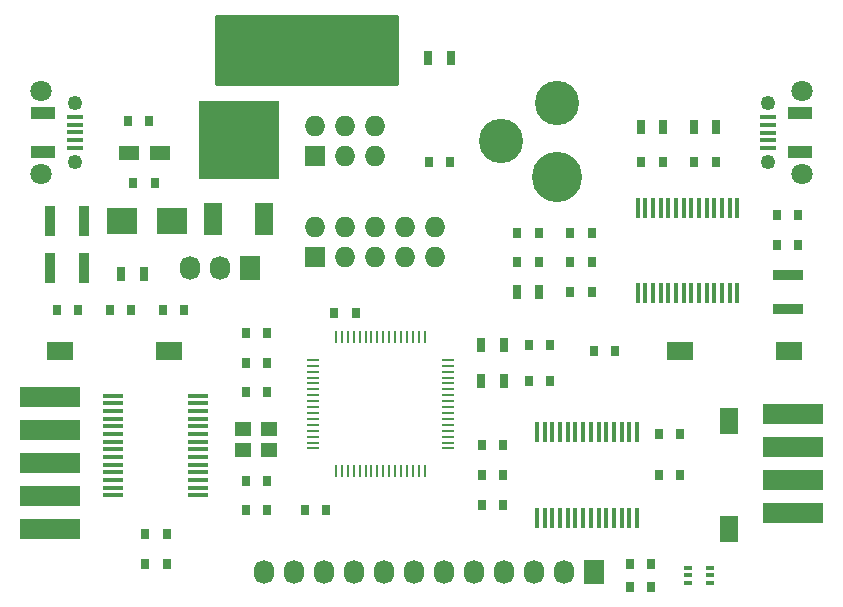
<source format=gts>
G04 #@! TF.FileFunction,Soldermask,Top*
%FSLAX46Y46*%
G04 Gerber Fmt 4.6, Leading zero omitted, Abs format (unit mm)*
G04 Created by KiCad (PCBNEW 4.0.0-rc1-stable) date 12/18/2015 1:35:38 PM*
%MOMM*%
G01*
G04 APERTURE LIST*
%ADD10C,0.100000*%
%ADD11R,5.080000X1.778000*%
%ADD12R,0.800000X0.900000*%
%ADD13R,1.800000X1.230000*%
%ADD14R,0.900000X2.500000*%
%ADD15R,2.500000X0.900000*%
%ADD16R,1.550000X2.780000*%
%ADD17R,6.740000X6.730000*%
%ADD18R,0.749300X0.398780*%
%ADD19R,1.727200X1.727200*%
%ADD20O,1.727200X1.727200*%
%ADD21R,0.700000X1.300000*%
%ADD22R,1.727200X2.032000*%
%ADD23O,1.727200X2.032000*%
%ADD24C,1.800000*%
%ADD25R,1.350000X0.400000*%
%ADD26C,1.250000*%
%ADD27R,2.100000X1.100000*%
%ADD28R,0.250000X1.000000*%
%ADD29R,1.000000X0.250000*%
%ADD30R,0.450000X1.750000*%
%ADD31R,1.750000X0.450000*%
%ADD32R,1.400000X1.200000*%
%ADD33R,1.600000X2.180000*%
%ADD34C,3.750000*%
%ADD35C,4.250000*%
%ADD36R,2.180000X1.600000*%
%ADD37R,2.499360X2.301240*%
%ADD38C,0.254000*%
G04 APERTURE END LIST*
D10*
D11*
X42540000Y-140206000D03*
X42540000Y-143000000D03*
X42540000Y-145794000D03*
X42540000Y-148588000D03*
X42540000Y-137412000D03*
D12*
X49100000Y-114000000D03*
X50900000Y-114000000D03*
X104100000Y-124500000D03*
X105900000Y-124500000D03*
X104100000Y-122000000D03*
X105900000Y-122000000D03*
X60900000Y-137000000D03*
X59100000Y-137000000D03*
X60900000Y-147000000D03*
X59100000Y-147000000D03*
X43100000Y-130000000D03*
X44900000Y-130000000D03*
D13*
X49190000Y-116750000D03*
X51810000Y-116750000D03*
D12*
X51400000Y-119250000D03*
X49600000Y-119250000D03*
X95900000Y-144000000D03*
X94100000Y-144000000D03*
X64100000Y-147000000D03*
X65900000Y-147000000D03*
X53900000Y-130000000D03*
X52100000Y-130000000D03*
X79100000Y-141500000D03*
X80900000Y-141500000D03*
D14*
X45450000Y-122500000D03*
X42550000Y-122500000D03*
D15*
X105000000Y-129950000D03*
X105000000Y-127050000D03*
D14*
X42550000Y-126500000D03*
X45450000Y-126500000D03*
D12*
X80900000Y-146500000D03*
X79100000Y-146500000D03*
X80900000Y-144000000D03*
X79100000Y-144000000D03*
X83900000Y-126000000D03*
X82100000Y-126000000D03*
X83900000Y-123500000D03*
X82100000Y-123500000D03*
X92600000Y-117500000D03*
X94400000Y-117500000D03*
X98900000Y-117500000D03*
X97100000Y-117500000D03*
X95900000Y-140500000D03*
X94100000Y-140500000D03*
X83100000Y-136000000D03*
X84900000Y-136000000D03*
X83100000Y-133000000D03*
X84900000Y-133000000D03*
X76400000Y-117500000D03*
X74600000Y-117500000D03*
D16*
X60680000Y-122300000D03*
D17*
X58500000Y-115665000D03*
D16*
X56320000Y-122300000D03*
D18*
X96550040Y-151849760D03*
X96550040Y-152500000D03*
X96550040Y-153150240D03*
X98449960Y-153150240D03*
X98449960Y-152500000D03*
X98449960Y-151849760D03*
D19*
X65000000Y-125500000D03*
D20*
X65000000Y-122960000D03*
X67540000Y-125500000D03*
X67540000Y-122960000D03*
X70080000Y-125500000D03*
X70080000Y-122960000D03*
X72620000Y-125500000D03*
X72620000Y-122960000D03*
X75160000Y-125500000D03*
X75160000Y-122960000D03*
D19*
X65000000Y-117000000D03*
D20*
X65000000Y-114460000D03*
X67540000Y-117000000D03*
X67540000Y-114460000D03*
X70080000Y-117000000D03*
X70080000Y-114460000D03*
D21*
X94450000Y-114500000D03*
X92550000Y-114500000D03*
X97050000Y-114500000D03*
X98950000Y-114500000D03*
X79050000Y-136000000D03*
X80950000Y-136000000D03*
X79050000Y-133000000D03*
X80950000Y-133000000D03*
X76450000Y-108700000D03*
X74550000Y-108700000D03*
X50450000Y-127000000D03*
X48550000Y-127000000D03*
X82050000Y-128500000D03*
X83950000Y-128500000D03*
D22*
X59500000Y-126500000D03*
D23*
X56960000Y-126500000D03*
X54420000Y-126500000D03*
D24*
X41762540Y-111499100D03*
D25*
X44662540Y-113699100D03*
X44662540Y-114349100D03*
X44662540Y-114999100D03*
X44662540Y-115649100D03*
X44662540Y-116299100D03*
D26*
X44662540Y-112499100D03*
X44662540Y-117499100D03*
D24*
X41762540Y-118499100D03*
D27*
X41950000Y-113350000D03*
X41950000Y-116650000D03*
D24*
X106237460Y-118500900D03*
D25*
X103337460Y-116300900D03*
X103337460Y-115650900D03*
X103337460Y-115000900D03*
X103337460Y-114350900D03*
X103337460Y-113700900D03*
D26*
X103337460Y-117500900D03*
X103337460Y-112500900D03*
D24*
X106237460Y-111500900D03*
D27*
X106050000Y-116650000D03*
X106050000Y-113350000D03*
D22*
X88600000Y-152200000D03*
D23*
X86060000Y-152200000D03*
X83520000Y-152200000D03*
X80980000Y-152200000D03*
X78440000Y-152200000D03*
X75900000Y-152200000D03*
X73360000Y-152200000D03*
X70820000Y-152200000D03*
X68280000Y-152200000D03*
X65740000Y-152200000D03*
X63200000Y-152200000D03*
X60660000Y-152200000D03*
D12*
X60900000Y-144500000D03*
X59100000Y-144500000D03*
X60900000Y-132000000D03*
X59100000Y-132000000D03*
X59100000Y-134500000D03*
X60900000Y-134500000D03*
X86600000Y-128500000D03*
X88400000Y-128500000D03*
X86600000Y-126000000D03*
X88400000Y-126000000D03*
D28*
X74250000Y-132300000D03*
X73750000Y-132300000D03*
X73250000Y-132300000D03*
X72750000Y-132300000D03*
X72250000Y-132300000D03*
X71750000Y-132300000D03*
X71250000Y-132300000D03*
X70750000Y-132300000D03*
X70250000Y-132300000D03*
X69750000Y-132300000D03*
X69250000Y-132300000D03*
X68750000Y-132300000D03*
X68250000Y-132300000D03*
X67750000Y-132300000D03*
X67250000Y-132300000D03*
X66750000Y-132300000D03*
D29*
X64800000Y-134250000D03*
X64800000Y-134750000D03*
X64800000Y-135250000D03*
X64800000Y-135750000D03*
X64800000Y-136250000D03*
X64800000Y-136750000D03*
X64800000Y-137250000D03*
X64800000Y-137750000D03*
X64800000Y-138250000D03*
X64800000Y-138750000D03*
X64800000Y-139250000D03*
X64800000Y-139750000D03*
X64800000Y-140250000D03*
X64800000Y-140750000D03*
X64800000Y-141250000D03*
X64800000Y-141750000D03*
D28*
X66750000Y-143700000D03*
X67250000Y-143700000D03*
X67750000Y-143700000D03*
X68250000Y-143700000D03*
X68750000Y-143700000D03*
X69250000Y-143700000D03*
X69750000Y-143700000D03*
X70250000Y-143700000D03*
X70750000Y-143700000D03*
X71250000Y-143700000D03*
X71750000Y-143700000D03*
X72250000Y-143700000D03*
X72750000Y-143700000D03*
X73250000Y-143700000D03*
X73750000Y-143700000D03*
X74250000Y-143700000D03*
D29*
X76200000Y-141750000D03*
X76200000Y-141250000D03*
X76200000Y-140750000D03*
X76200000Y-140250000D03*
X76200000Y-139750000D03*
X76200000Y-139250000D03*
X76200000Y-138750000D03*
X76200000Y-138250000D03*
X76200000Y-137750000D03*
X76200000Y-137250000D03*
X76200000Y-136750000D03*
X76200000Y-136250000D03*
X76200000Y-135750000D03*
X76200000Y-135250000D03*
X76200000Y-134750000D03*
X76200000Y-134250000D03*
D30*
X92275000Y-128600000D03*
X92925000Y-128600000D03*
X93575000Y-128600000D03*
X94225000Y-128600000D03*
X94875000Y-128600000D03*
X95525000Y-128600000D03*
X96175000Y-128600000D03*
X96825000Y-128600000D03*
X97475000Y-128600000D03*
X98125000Y-128600000D03*
X98775000Y-128600000D03*
X99425000Y-128600000D03*
X100075000Y-128600000D03*
X100725000Y-128600000D03*
X100725000Y-121400000D03*
X100075000Y-121400000D03*
X99425000Y-121400000D03*
X98775000Y-121400000D03*
X98125000Y-121400000D03*
X97475000Y-121400000D03*
X96825000Y-121400000D03*
X96175000Y-121400000D03*
X95525000Y-121400000D03*
X94875000Y-121400000D03*
X94225000Y-121400000D03*
X93575000Y-121400000D03*
X92925000Y-121400000D03*
X92275000Y-121400000D03*
D31*
X47900000Y-137275000D03*
X47900000Y-137925000D03*
X47900000Y-138575000D03*
X47900000Y-139225000D03*
X47900000Y-139875000D03*
X47900000Y-140525000D03*
X47900000Y-141175000D03*
X47900000Y-141825000D03*
X47900000Y-142475000D03*
X47900000Y-143125000D03*
X47900000Y-143775000D03*
X47900000Y-144425000D03*
X47900000Y-145075000D03*
X47900000Y-145725000D03*
X55100000Y-145725000D03*
X55100000Y-145075000D03*
X55100000Y-144425000D03*
X55100000Y-143775000D03*
X55100000Y-143125000D03*
X55100000Y-142475000D03*
X55100000Y-141825000D03*
X55100000Y-141175000D03*
X55100000Y-140525000D03*
X55100000Y-139875000D03*
X55100000Y-139225000D03*
X55100000Y-138575000D03*
X55100000Y-137925000D03*
X55100000Y-137275000D03*
D30*
X92225000Y-140400000D03*
X91575000Y-140400000D03*
X90925000Y-140400000D03*
X90275000Y-140400000D03*
X89625000Y-140400000D03*
X88975000Y-140400000D03*
X88325000Y-140400000D03*
X87675000Y-140400000D03*
X87025000Y-140400000D03*
X86375000Y-140400000D03*
X85725000Y-140400000D03*
X85075000Y-140400000D03*
X84425000Y-140400000D03*
X83775000Y-140400000D03*
X83775000Y-147600000D03*
X84425000Y-147600000D03*
X85075000Y-147600000D03*
X85725000Y-147600000D03*
X86375000Y-147600000D03*
X87025000Y-147600000D03*
X87675000Y-147600000D03*
X88325000Y-147600000D03*
X88975000Y-147600000D03*
X89625000Y-147600000D03*
X90275000Y-147600000D03*
X90925000Y-147600000D03*
X91575000Y-147600000D03*
X92225000Y-147600000D03*
D32*
X61100000Y-140100000D03*
X58900000Y-140100000D03*
X58900000Y-141900000D03*
X61100000Y-141900000D03*
D33*
X99997680Y-148602430D03*
X100002320Y-139397570D03*
D12*
X68400000Y-130250000D03*
X66600000Y-130250000D03*
X88400000Y-123500000D03*
X86600000Y-123500000D03*
X52400000Y-151500000D03*
X50600000Y-151500000D03*
X93400000Y-153500000D03*
X91600000Y-153500000D03*
X52400000Y-149000000D03*
X50600000Y-149000000D03*
X93400000Y-151500000D03*
X91600000Y-151500000D03*
D34*
X85500000Y-112500000D03*
D35*
X85500000Y-118740000D03*
D34*
X80700000Y-115750000D03*
D36*
X43397570Y-133497680D03*
X52602430Y-133502320D03*
X105102430Y-133502320D03*
X95897570Y-133497680D03*
D12*
X47600000Y-130000000D03*
X49400000Y-130000000D03*
X88600000Y-133500000D03*
X90400000Y-133500000D03*
D11*
X105460000Y-147191000D03*
X105460000Y-144397000D03*
X105460000Y-141603000D03*
X105460000Y-138809000D03*
D37*
X52898840Y-122500000D03*
X48601160Y-122500000D03*
D38*
G36*
X71873000Y-110873000D02*
X56627000Y-110873000D01*
X56627000Y-105127000D01*
X71873000Y-105127000D01*
X71873000Y-110873000D01*
X71873000Y-110873000D01*
G37*
X71873000Y-110873000D02*
X56627000Y-110873000D01*
X56627000Y-105127000D01*
X71873000Y-105127000D01*
X71873000Y-110873000D01*
M02*

</source>
